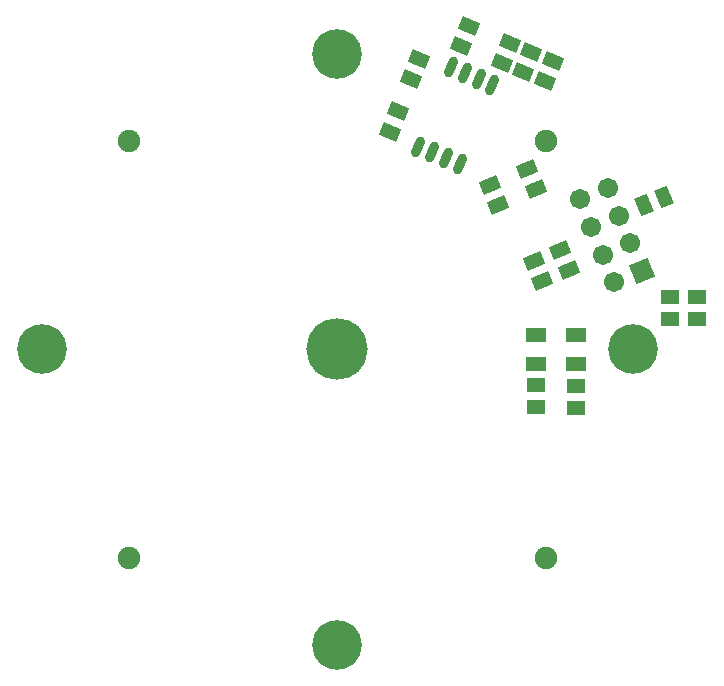
<source format=gts>
%FSTAX23Y23*%
%MOIN*%
%SFA1B1*%

%IPPOS*%
%AMD22*
4,1,4,0.037800,0.008900,-0.020400,0.033000,-0.037800,-0.008900,0.020400,-0.033000,0.037800,0.008900,0.0*
%
%AMD23*
4,1,4,-0.020400,-0.033000,0.037800,-0.008900,0.020400,0.033000,-0.037800,0.008900,-0.020400,-0.033000,0.0*
%
%AMD25*
4,1,4,-0.033000,0.020400,-0.008900,-0.037800,0.033000,-0.020400,0.008900,0.037800,-0.033000,0.020400,0.0*
%
%AMD26*
4,1,4,-0.022500,-0.013000,0.006700,-0.025100,0.022500,0.013000,-0.006700,0.025100,-0.022500,-0.013000,0.0*
1,1,0.031620,-0.007900,-0.019000*
1,1,0.031620,0.007900,0.019000*
%
%AMD28*
4,1,4,-0.018100,-0.043800,0.043800,-0.018100,0.018100,0.043800,-0.043800,0.018100,-0.018100,-0.043800,0.0*
%
%ADD21R,0.063120X0.045400*%
G04~CAMADD=22~9~0.0~0.0~631.2~454.0~0.0~0.0~0~0.0~0.0~0.0~0.0~0~0.0~0.0~0.0~0.0~0~0.0~0.0~0.0~337.5~756.0~659.0*
%ADD22D22*%
G04~CAMADD=23~9~0.0~0.0~631.2~454.0~0.0~0.0~0~0.0~0.0~0.0~0.0~0~0.0~0.0~0.0~0.0~0~0.0~0.0~0.0~202.5~756.0~659.0*
%ADD23D23*%
%ADD24R,0.065090X0.051310*%
G04~CAMADD=25~9~0.0~0.0~631.2~454.0~0.0~0.0~0~0.0~0.0~0.0~0.0~0~0.0~0.0~0.0~0.0~0~0.0~0.0~0.0~112.5~660.0~755.0*
%ADD25D25*%
G04~CAMADD=26~3~0.0~0.0~316.2~729.6~0.0~0.0~0~0.0~0.0~0.0~0.0~0~0.0~0.0~0.0~0.0~0~0.0~0.0~0.0~157.5~470.0~694.0*
%ADD26D26*%
%ADD27C,0.074930*%
G04~CAMADD=28~10~0.0~670.5~0.0~0.0~0.0~0.0~0~0.0~0.0~0.0~0.0~0~0.0~0.0~0.0~0.0~0~0.0~0.0~0.0~202.5~670.5~0.0*
%ADD28D28*%
%ADD29C,0.067060*%
%ADD30C,0.165480*%
%ADD31C,0.204850*%
%LNfront_end-1*%
%LPD*%
G54D21*
X04541Y02983D03*
Y03056D03*
X04677Y03054D03*
Y02981D03*
X0508Y0335D03*
Y03277D03*
X0499Y0335D03*
Y03277D03*
G54D22*
X04291Y04186D03*
X04318Y04253D03*
X04572Y04069D03*
X04599Y04136D03*
X04527Y04166D03*
X045Y04099D03*
X04428Y04129D03*
X04455Y04196D03*
X04153Y04143D03*
X04126Y04076D03*
X04056Y03901D03*
X04083Y03968D03*
G54D23*
X04624Y03507D03*
X04652Y0344D03*
X04537Y0347D03*
X04564Y03403D03*
X04513Y03776D03*
X04541Y03709D03*
X04389Y03723D03*
X04417Y03656D03*
G54D24*
X04541Y03222D03*
Y03127D03*
X04677Y03222D03*
Y03127D03*
G54D25*
X04968Y03683D03*
X04901Y03656D03*
G54D26*
X04397Y04057D03*
X04351Y04076D03*
X04305Y04095D03*
X04259Y04115D03*
X04288Y03794D03*
X04242Y03813D03*
X04196Y03832D03*
X04149Y03851D03*
G54D27*
X03185Y0387D03*
X04576Y02479D03*
X03185D03*
X04576Y0387D03*
G54D28*
X04896Y03437D03*
G54D29*
X04803Y03398D03*
X04857Y03529D03*
X04765Y03491D03*
X04819Y03621D03*
X04727Y03583D03*
X04781Y03714D03*
X04689Y03676D03*
G54D30*
X02896Y03175D03*
X0388Y04159D03*
X04865Y03175D03*
X0388Y0219D03*
G54D31*
X0388Y03175D03*
M02*
</source>
